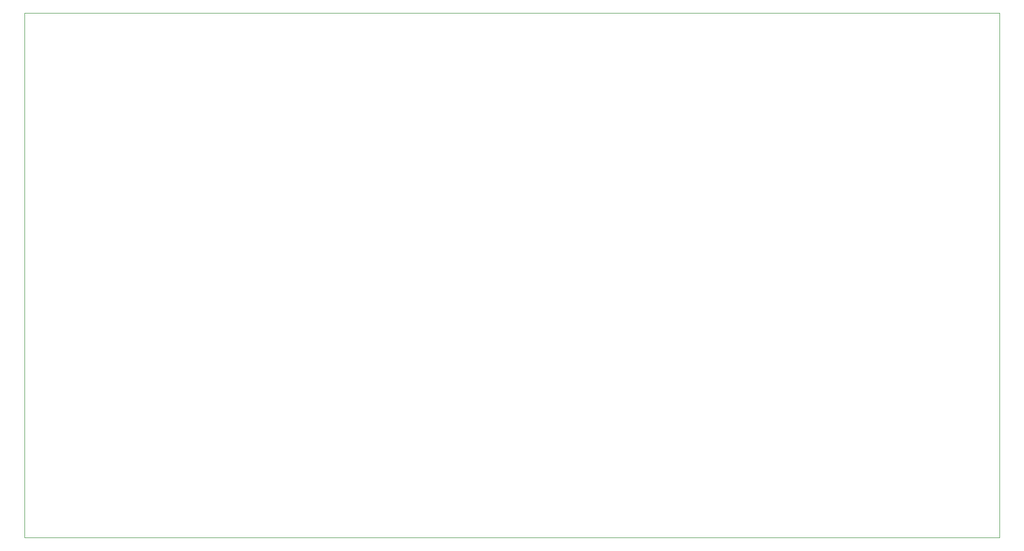
<source format=gbr>
%TF.GenerationSoftware,KiCad,Pcbnew,9.0.6*%
%TF.CreationDate,2025-11-21T14:30:57-07:00*%
%TF.ProjectId,FloodingPICPCB,466c6f6f-6469-46e6-9750-49435043422e,rev?*%
%TF.SameCoordinates,Original*%
%TF.FileFunction,Profile,NP*%
%FSLAX46Y46*%
G04 Gerber Fmt 4.6, Leading zero omitted, Abs format (unit mm)*
G04 Created by KiCad (PCBNEW 9.0.6) date 2025-11-21 14:30:57*
%MOMM*%
%LPD*%
G01*
G04 APERTURE LIST*
%TA.AperFunction,Profile*%
%ADD10C,0.050000*%
%TD*%
G04 APERTURE END LIST*
D10*
X91440000Y-25400000D02*
X91440000Y-114300000D01*
X256540000Y-25400000D02*
X91440000Y-25400000D01*
X91440000Y-114300000D02*
X256540000Y-114300000D01*
X256540000Y-114300000D02*
X256540000Y-25400000D01*
M02*

</source>
